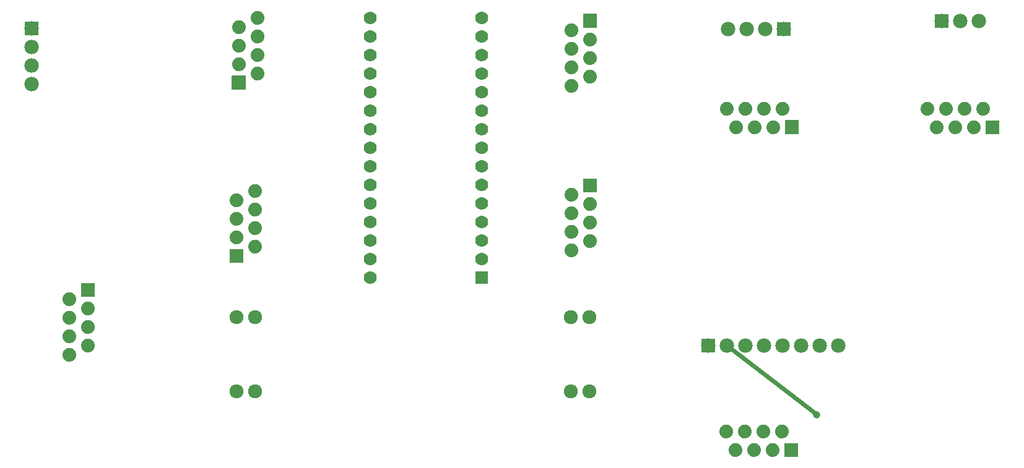
<source format=gtl>
G04 MADE WITH FRITZING*
G04 WWW.FRITZING.ORG*
G04 DOUBLE SIDED*
G04 HOLES PLATED*
G04 CONTOUR ON CENTER OF CONTOUR VECTOR*
%ASAXBY*%
%FSLAX23Y23*%
%MOIN*%
%OFA0B0*%
%SFA1.0B1.0*%
%ADD10C,0.070000*%
%ADD11C,0.074000*%
%ADD12C,0.078000*%
%ADD13C,0.039370*%
%ADD14C,0.075806*%
%ADD15R,0.069972X0.070000*%
%ADD16R,0.078000X0.078000*%
%ADD17C,0.024000*%
%ADD18R,0.001000X0.001000*%
%LNCOPPER1*%
G90*
G70*
G54D10*
X2680Y1333D03*
X2680Y1433D03*
X2680Y1533D03*
X2680Y1633D03*
X2680Y1733D03*
X2680Y1833D03*
X2680Y1933D03*
X2680Y2033D03*
X2680Y2133D03*
X2680Y2233D03*
X2680Y2333D03*
X2680Y2433D03*
X2680Y2533D03*
X2680Y2633D03*
X2680Y2733D03*
X2080Y1333D03*
X2080Y1433D03*
X2080Y1533D03*
X2080Y1633D03*
X2080Y1733D03*
X2080Y1833D03*
X2080Y1933D03*
X2080Y2033D03*
X2080Y2133D03*
X2080Y2233D03*
X2080Y2333D03*
X2080Y2433D03*
X2080Y2533D03*
X2080Y2633D03*
X2080Y2733D03*
G54D11*
X3163Y2367D03*
X3263Y2417D03*
X3163Y2467D03*
X3163Y2567D03*
X3163Y2667D03*
X3263Y2517D03*
X3263Y2617D03*
X3263Y2717D03*
X3163Y2367D03*
X3263Y2417D03*
X3163Y2467D03*
X3163Y2567D03*
X3163Y2667D03*
X3263Y2517D03*
X3263Y2617D03*
X3263Y2717D03*
X1472Y2734D03*
X1372Y2684D03*
X1472Y2634D03*
X1472Y2534D03*
X1472Y2434D03*
X1372Y2584D03*
X1372Y2484D03*
X1372Y2384D03*
X1472Y2734D03*
X1372Y2684D03*
X1472Y2634D03*
X1472Y2534D03*
X1472Y2434D03*
X1372Y2584D03*
X1372Y2484D03*
X1372Y2384D03*
X1461Y1800D03*
X1361Y1750D03*
X1461Y1700D03*
X1461Y1600D03*
X1461Y1500D03*
X1361Y1650D03*
X1361Y1550D03*
X1361Y1450D03*
X1461Y1800D03*
X1361Y1750D03*
X1461Y1700D03*
X1461Y1600D03*
X1461Y1500D03*
X1361Y1650D03*
X1361Y1550D03*
X1361Y1450D03*
X3997Y503D03*
X4047Y403D03*
X4097Y503D03*
X4197Y503D03*
X4297Y503D03*
X4147Y403D03*
X4247Y403D03*
X4347Y403D03*
X3997Y503D03*
X4047Y403D03*
X4097Y503D03*
X4197Y503D03*
X4297Y503D03*
X4147Y403D03*
X4247Y403D03*
X4347Y403D03*
G54D12*
X3901Y967D03*
X4001Y967D03*
X4101Y967D03*
X4201Y967D03*
X4301Y967D03*
X4401Y967D03*
X4501Y967D03*
X4601Y967D03*
X3901Y967D03*
X4001Y967D03*
X4101Y967D03*
X4201Y967D03*
X4301Y967D03*
X4401Y967D03*
X4501Y967D03*
X4601Y967D03*
G54D13*
X4485Y594D03*
G54D11*
X460Y917D03*
X560Y967D03*
X460Y1017D03*
X460Y1117D03*
X460Y1217D03*
X560Y1067D03*
X560Y1167D03*
X560Y1267D03*
X460Y917D03*
X560Y967D03*
X460Y1017D03*
X460Y1117D03*
X460Y1217D03*
X560Y1067D03*
X560Y1167D03*
X560Y1267D03*
G54D12*
X257Y2675D03*
X257Y2575D03*
X257Y2475D03*
X257Y2375D03*
X257Y2675D03*
X257Y2575D03*
X257Y2475D03*
X257Y2375D03*
X5158Y2715D03*
X5258Y2715D03*
X5358Y2715D03*
G54D11*
X5081Y2242D03*
X5131Y2142D03*
X5181Y2242D03*
X5281Y2242D03*
X5381Y2242D03*
X5231Y2142D03*
X5331Y2142D03*
X5431Y2142D03*
X5081Y2242D03*
X5131Y2142D03*
X5181Y2242D03*
X5281Y2242D03*
X5381Y2242D03*
X5231Y2142D03*
X5331Y2142D03*
X5431Y2142D03*
G54D12*
X4307Y2673D03*
X4207Y2673D03*
X4107Y2673D03*
X4007Y2673D03*
X4307Y2673D03*
X4207Y2673D03*
X4107Y2673D03*
X4007Y2673D03*
G54D11*
X4001Y2244D03*
X4051Y2144D03*
X4101Y2244D03*
X4201Y2244D03*
X4301Y2244D03*
X4151Y2144D03*
X4251Y2144D03*
X4351Y2144D03*
X4001Y2244D03*
X4051Y2144D03*
X4101Y2244D03*
X4201Y2244D03*
X4301Y2244D03*
X4151Y2144D03*
X4251Y2144D03*
X4351Y2144D03*
G54D14*
X3259Y1119D03*
X3160Y1119D03*
X3259Y719D03*
X3160Y719D03*
X1459Y1119D03*
X1359Y1119D03*
X1459Y719D03*
X1359Y719D03*
G54D11*
X3165Y1480D03*
X3265Y1530D03*
X3165Y1580D03*
X3165Y1680D03*
X3165Y1780D03*
X3265Y1630D03*
X3265Y1730D03*
X3265Y1830D03*
X3165Y1480D03*
X3265Y1530D03*
X3165Y1580D03*
X3165Y1680D03*
X3165Y1780D03*
X3265Y1630D03*
X3265Y1730D03*
X3265Y1830D03*
G54D15*
X2680Y1333D03*
G54D16*
X3901Y967D03*
X3901Y967D03*
X257Y2675D03*
X257Y2675D03*
X5158Y2715D03*
X4307Y2673D03*
X4307Y2673D03*
G54D17*
X4025Y949D02*
X4470Y605D01*
G54D18*
X3226Y2754D02*
X3298Y2754D01*
X3226Y2753D02*
X3299Y2753D01*
X3226Y2752D02*
X3299Y2752D01*
X3226Y2751D02*
X3299Y2751D01*
X3226Y2750D02*
X3299Y2750D01*
X3226Y2749D02*
X3299Y2749D01*
X3226Y2748D02*
X3299Y2748D01*
X3226Y2747D02*
X3299Y2747D01*
X3226Y2746D02*
X3299Y2746D01*
X3226Y2745D02*
X3299Y2745D01*
X3226Y2744D02*
X3299Y2744D01*
X3226Y2743D02*
X3299Y2743D01*
X3226Y2742D02*
X3299Y2742D01*
X3226Y2741D02*
X3299Y2741D01*
X3226Y2740D02*
X3299Y2740D01*
X3226Y2739D02*
X3299Y2739D01*
X3226Y2738D02*
X3299Y2738D01*
X3226Y2737D02*
X3261Y2737D01*
X3263Y2737D02*
X3299Y2737D01*
X3226Y2736D02*
X3256Y2736D01*
X3269Y2736D02*
X3299Y2736D01*
X3226Y2735D02*
X3253Y2735D01*
X3271Y2735D02*
X3299Y2735D01*
X3226Y2734D02*
X3251Y2734D01*
X3273Y2734D02*
X3299Y2734D01*
X3226Y2733D02*
X3250Y2733D01*
X3274Y2733D02*
X3299Y2733D01*
X3226Y2732D02*
X3249Y2732D01*
X3276Y2732D02*
X3299Y2732D01*
X3226Y2731D02*
X3247Y2731D01*
X3277Y2731D02*
X3299Y2731D01*
X3226Y2730D02*
X3247Y2730D01*
X3278Y2730D02*
X3299Y2730D01*
X3226Y2729D02*
X3246Y2729D01*
X3278Y2729D02*
X3299Y2729D01*
X3226Y2728D02*
X3245Y2728D01*
X3279Y2728D02*
X3299Y2728D01*
X3226Y2727D02*
X3245Y2727D01*
X3280Y2727D02*
X3299Y2727D01*
X3226Y2726D02*
X3244Y2726D01*
X3280Y2726D02*
X3299Y2726D01*
X3226Y2725D02*
X3243Y2725D01*
X3281Y2725D02*
X3299Y2725D01*
X3226Y2724D02*
X3243Y2724D01*
X3281Y2724D02*
X3299Y2724D01*
X3226Y2723D02*
X3243Y2723D01*
X3281Y2723D02*
X3299Y2723D01*
X3226Y2722D02*
X3242Y2722D01*
X3282Y2722D02*
X3299Y2722D01*
X3226Y2721D02*
X3242Y2721D01*
X3282Y2721D02*
X3299Y2721D01*
X3226Y2720D02*
X3242Y2720D01*
X3282Y2720D02*
X3299Y2720D01*
X3226Y2719D02*
X3242Y2719D01*
X3282Y2719D02*
X3299Y2719D01*
X3226Y2718D02*
X3242Y2718D01*
X3282Y2718D02*
X3299Y2718D01*
X3226Y2717D02*
X3242Y2717D01*
X3282Y2717D02*
X3299Y2717D01*
X3226Y2716D02*
X3242Y2716D01*
X3282Y2716D02*
X3299Y2716D01*
X3226Y2715D02*
X3242Y2715D01*
X3282Y2715D02*
X3299Y2715D01*
X3226Y2714D02*
X3242Y2714D01*
X3282Y2714D02*
X3299Y2714D01*
X3226Y2713D02*
X3242Y2713D01*
X3282Y2713D02*
X3299Y2713D01*
X3226Y2712D02*
X3243Y2712D01*
X3281Y2712D02*
X3299Y2712D01*
X3226Y2711D02*
X3243Y2711D01*
X3281Y2711D02*
X3299Y2711D01*
X3226Y2710D02*
X3243Y2710D01*
X3281Y2710D02*
X3299Y2710D01*
X3226Y2709D02*
X3244Y2709D01*
X3280Y2709D02*
X3299Y2709D01*
X3226Y2708D02*
X3244Y2708D01*
X3280Y2708D02*
X3299Y2708D01*
X3226Y2707D02*
X3245Y2707D01*
X3279Y2707D02*
X3299Y2707D01*
X3226Y2706D02*
X3246Y2706D01*
X3279Y2706D02*
X3299Y2706D01*
X3226Y2705D02*
X3246Y2705D01*
X3278Y2705D02*
X3299Y2705D01*
X3226Y2704D02*
X3247Y2704D01*
X3277Y2704D02*
X3299Y2704D01*
X3226Y2703D02*
X3248Y2703D01*
X3276Y2703D02*
X3299Y2703D01*
X3226Y2702D02*
X3249Y2702D01*
X3275Y2702D02*
X3299Y2702D01*
X3226Y2701D02*
X3251Y2701D01*
X3273Y2701D02*
X3299Y2701D01*
X3226Y2700D02*
X3252Y2700D01*
X3272Y2700D02*
X3299Y2700D01*
X3226Y2699D02*
X3255Y2699D01*
X3269Y2699D02*
X3299Y2699D01*
X3226Y2698D02*
X3258Y2698D01*
X3266Y2698D02*
X3299Y2698D01*
X3226Y2697D02*
X3299Y2697D01*
X3226Y2696D02*
X3299Y2696D01*
X3226Y2695D02*
X3299Y2695D01*
X3226Y2694D02*
X3299Y2694D01*
X3226Y2693D02*
X3299Y2693D01*
X3226Y2692D02*
X3299Y2692D01*
X3226Y2691D02*
X3299Y2691D01*
X3226Y2690D02*
X3299Y2690D01*
X3226Y2689D02*
X3299Y2689D01*
X3226Y2688D02*
X3299Y2688D01*
X3226Y2687D02*
X3299Y2687D01*
X3226Y2686D02*
X3299Y2686D01*
X3226Y2685D02*
X3299Y2685D01*
X3226Y2684D02*
X3299Y2684D01*
X3226Y2683D02*
X3299Y2683D01*
X3226Y2682D02*
X3299Y2682D01*
X3226Y2681D02*
X3299Y2681D01*
X1336Y2421D02*
X1408Y2421D01*
X1335Y2420D02*
X1408Y2420D01*
X1335Y2419D02*
X1408Y2419D01*
X1335Y2418D02*
X1408Y2418D01*
X1335Y2417D02*
X1408Y2417D01*
X1335Y2416D02*
X1408Y2416D01*
X1335Y2415D02*
X1408Y2415D01*
X1335Y2414D02*
X1408Y2414D01*
X1335Y2413D02*
X1408Y2413D01*
X1335Y2412D02*
X1408Y2412D01*
X1335Y2411D02*
X1408Y2411D01*
X1335Y2410D02*
X1408Y2410D01*
X1335Y2409D02*
X1408Y2409D01*
X1335Y2408D02*
X1408Y2408D01*
X1335Y2407D02*
X1408Y2407D01*
X1335Y2406D02*
X1408Y2406D01*
X1335Y2405D02*
X1408Y2405D01*
X1335Y2404D02*
X1408Y2404D01*
X1335Y2403D02*
X1366Y2403D01*
X1377Y2403D02*
X1408Y2403D01*
X1335Y2402D02*
X1363Y2402D01*
X1380Y2402D02*
X1408Y2402D01*
X1335Y2401D02*
X1361Y2401D01*
X1382Y2401D02*
X1408Y2401D01*
X1335Y2400D02*
X1360Y2400D01*
X1384Y2400D02*
X1408Y2400D01*
X1335Y2399D02*
X1359Y2399D01*
X1385Y2399D02*
X1408Y2399D01*
X1335Y2398D02*
X1357Y2398D01*
X1386Y2398D02*
X1408Y2398D01*
X1335Y2397D02*
X1357Y2397D01*
X1387Y2397D02*
X1408Y2397D01*
X1335Y2396D02*
X1356Y2396D01*
X1388Y2396D02*
X1408Y2396D01*
X1335Y2395D02*
X1355Y2395D01*
X1389Y2395D02*
X1408Y2395D01*
X1335Y2394D02*
X1354Y2394D01*
X1389Y2394D02*
X1408Y2394D01*
X1335Y2393D02*
X1354Y2393D01*
X1390Y2393D02*
X1408Y2393D01*
X1335Y2392D02*
X1353Y2392D01*
X1390Y2392D02*
X1408Y2392D01*
X1335Y2391D02*
X1353Y2391D01*
X1391Y2391D02*
X1408Y2391D01*
X1335Y2390D02*
X1353Y2390D01*
X1391Y2390D02*
X1408Y2390D01*
X1335Y2389D02*
X1352Y2389D01*
X1391Y2389D02*
X1408Y2389D01*
X1335Y2388D02*
X1352Y2388D01*
X1392Y2388D02*
X1408Y2388D01*
X1335Y2387D02*
X1352Y2387D01*
X1392Y2387D02*
X1408Y2387D01*
X1335Y2386D02*
X1352Y2386D01*
X1392Y2386D02*
X1408Y2386D01*
X1335Y2385D02*
X1352Y2385D01*
X1392Y2385D02*
X1408Y2385D01*
X1335Y2384D02*
X1352Y2384D01*
X1392Y2384D02*
X1408Y2384D01*
X1335Y2383D02*
X1352Y2383D01*
X1392Y2383D02*
X1408Y2383D01*
X1335Y2382D02*
X1352Y2382D01*
X1392Y2382D02*
X1408Y2382D01*
X1335Y2381D02*
X1352Y2381D01*
X1392Y2381D02*
X1408Y2381D01*
X1335Y2380D02*
X1352Y2380D01*
X1392Y2380D02*
X1408Y2380D01*
X1335Y2379D02*
X1352Y2379D01*
X1391Y2379D02*
X1408Y2379D01*
X1335Y2378D02*
X1353Y2378D01*
X1391Y2378D02*
X1408Y2378D01*
X1335Y2377D02*
X1353Y2377D01*
X1391Y2377D02*
X1408Y2377D01*
X1335Y2376D02*
X1353Y2376D01*
X1390Y2376D02*
X1408Y2376D01*
X1335Y2375D02*
X1354Y2375D01*
X1390Y2375D02*
X1408Y2375D01*
X1335Y2374D02*
X1354Y2374D01*
X1389Y2374D02*
X1408Y2374D01*
X1335Y2373D02*
X1355Y2373D01*
X1389Y2373D02*
X1408Y2373D01*
X1335Y2372D02*
X1356Y2372D01*
X1388Y2372D02*
X1408Y2372D01*
X1335Y2371D02*
X1357Y2371D01*
X1387Y2371D02*
X1408Y2371D01*
X1335Y2370D02*
X1358Y2370D01*
X1386Y2370D02*
X1408Y2370D01*
X1335Y2369D02*
X1359Y2369D01*
X1385Y2369D02*
X1408Y2369D01*
X1335Y2368D02*
X1360Y2368D01*
X1384Y2368D02*
X1408Y2368D01*
X1335Y2367D02*
X1362Y2367D01*
X1382Y2367D02*
X1408Y2367D01*
X1335Y2366D02*
X1364Y2366D01*
X1380Y2366D02*
X1408Y2366D01*
X1335Y2365D02*
X1367Y2365D01*
X1377Y2365D02*
X1408Y2365D01*
X1335Y2364D02*
X1408Y2364D01*
X1335Y2363D02*
X1408Y2363D01*
X1335Y2362D02*
X1408Y2362D01*
X1335Y2361D02*
X1408Y2361D01*
X1335Y2360D02*
X1408Y2360D01*
X1335Y2359D02*
X1408Y2359D01*
X1335Y2358D02*
X1408Y2358D01*
X1335Y2357D02*
X1408Y2357D01*
X1335Y2356D02*
X1408Y2356D01*
X1335Y2355D02*
X1408Y2355D01*
X1335Y2354D02*
X1408Y2354D01*
X1335Y2353D02*
X1408Y2353D01*
X1335Y2352D02*
X1408Y2352D01*
X1335Y2351D02*
X1408Y2351D01*
X1335Y2350D02*
X1408Y2350D01*
X1335Y2349D02*
X1408Y2349D01*
X1335Y2348D02*
X1408Y2348D01*
X4314Y2181D02*
X4387Y2181D01*
X4314Y2180D02*
X4387Y2180D01*
X4314Y2179D02*
X4387Y2179D01*
X5394Y2179D02*
X5467Y2179D01*
X4314Y2178D02*
X4387Y2178D01*
X5394Y2178D02*
X5467Y2178D01*
X4314Y2177D02*
X4387Y2177D01*
X5394Y2177D02*
X5467Y2177D01*
X4314Y2176D02*
X4387Y2176D01*
X5394Y2176D02*
X5467Y2176D01*
X4314Y2175D02*
X4387Y2175D01*
X5394Y2175D02*
X5467Y2175D01*
X4314Y2174D02*
X4387Y2174D01*
X5394Y2174D02*
X5467Y2174D01*
X4314Y2173D02*
X4387Y2173D01*
X5394Y2173D02*
X5467Y2173D01*
X4314Y2172D02*
X4387Y2172D01*
X5394Y2172D02*
X5467Y2172D01*
X4314Y2171D02*
X4387Y2171D01*
X5394Y2171D02*
X5467Y2171D01*
X4314Y2170D02*
X4387Y2170D01*
X5394Y2170D02*
X5467Y2170D01*
X4314Y2169D02*
X4387Y2169D01*
X5394Y2169D02*
X5467Y2169D01*
X4314Y2168D02*
X4387Y2168D01*
X5394Y2168D02*
X5467Y2168D01*
X4314Y2167D02*
X4387Y2167D01*
X5394Y2167D02*
X5467Y2167D01*
X4314Y2166D02*
X4387Y2166D01*
X5394Y2166D02*
X5467Y2166D01*
X4314Y2165D02*
X4387Y2165D01*
X5394Y2165D02*
X5467Y2165D01*
X4314Y2164D02*
X4349Y2164D01*
X4352Y2164D02*
X4387Y2164D01*
X5394Y2164D02*
X5467Y2164D01*
X4314Y2163D02*
X4344Y2163D01*
X4357Y2163D02*
X4387Y2163D01*
X5394Y2163D02*
X5467Y2163D01*
X4314Y2162D02*
X4341Y2162D01*
X4360Y2162D02*
X4387Y2162D01*
X5394Y2162D02*
X5427Y2162D01*
X5434Y2162D02*
X5467Y2162D01*
X4314Y2161D02*
X4339Y2161D01*
X4362Y2161D02*
X4387Y2161D01*
X5394Y2161D02*
X5423Y2161D01*
X5438Y2161D02*
X5467Y2161D01*
X4314Y2160D02*
X4338Y2160D01*
X4363Y2160D02*
X4387Y2160D01*
X5394Y2160D02*
X5421Y2160D01*
X5440Y2160D02*
X5467Y2160D01*
X4314Y2159D02*
X4337Y2159D01*
X4364Y2159D02*
X4387Y2159D01*
X5394Y2159D02*
X5419Y2159D01*
X5442Y2159D02*
X5467Y2159D01*
X4314Y2158D02*
X4336Y2158D01*
X4365Y2158D02*
X4387Y2158D01*
X5394Y2158D02*
X5418Y2158D01*
X5443Y2158D02*
X5467Y2158D01*
X4314Y2157D02*
X4335Y2157D01*
X4366Y2157D02*
X4387Y2157D01*
X5394Y2157D02*
X5416Y2157D01*
X5444Y2157D02*
X5467Y2157D01*
X4314Y2156D02*
X4334Y2156D01*
X4367Y2156D02*
X4387Y2156D01*
X5394Y2156D02*
X5415Y2156D01*
X5445Y2156D02*
X5467Y2156D01*
X4314Y2155D02*
X4333Y2155D01*
X4368Y2155D02*
X4387Y2155D01*
X5394Y2155D02*
X5415Y2155D01*
X5446Y2155D02*
X5467Y2155D01*
X4314Y2154D02*
X4333Y2154D01*
X4368Y2154D02*
X4387Y2154D01*
X5394Y2154D02*
X5414Y2154D01*
X5447Y2154D02*
X5467Y2154D01*
X4314Y2153D02*
X4332Y2153D01*
X4369Y2153D02*
X4387Y2153D01*
X5394Y2153D02*
X5413Y2153D01*
X5447Y2153D02*
X5467Y2153D01*
X4314Y2152D02*
X4332Y2152D01*
X4369Y2152D02*
X4387Y2152D01*
X5394Y2152D02*
X5413Y2152D01*
X5448Y2152D02*
X5467Y2152D01*
X4314Y2151D02*
X4331Y2151D01*
X4369Y2151D02*
X4387Y2151D01*
X5394Y2151D02*
X5412Y2151D01*
X5449Y2151D02*
X5467Y2151D01*
X4314Y2150D02*
X4331Y2150D01*
X4370Y2150D02*
X4387Y2150D01*
X5394Y2150D02*
X5412Y2150D01*
X5449Y2150D02*
X5467Y2150D01*
X4314Y2149D02*
X4331Y2149D01*
X4370Y2149D02*
X4387Y2149D01*
X5394Y2149D02*
X5411Y2149D01*
X5449Y2149D02*
X5467Y2149D01*
X4314Y2148D02*
X4331Y2148D01*
X4370Y2148D02*
X4387Y2148D01*
X5394Y2148D02*
X5411Y2148D01*
X5450Y2148D02*
X5467Y2148D01*
X4314Y2147D02*
X4331Y2147D01*
X4370Y2147D02*
X4387Y2147D01*
X5394Y2147D02*
X5411Y2147D01*
X5450Y2147D02*
X5467Y2147D01*
X4314Y2146D02*
X4330Y2146D01*
X4370Y2146D02*
X4387Y2146D01*
X5394Y2146D02*
X5410Y2146D01*
X5450Y2146D02*
X5467Y2146D01*
X4314Y2145D02*
X4330Y2145D01*
X4371Y2145D02*
X4387Y2145D01*
X5394Y2145D02*
X5410Y2145D01*
X5450Y2145D02*
X5467Y2145D01*
X4314Y2144D02*
X4330Y2144D01*
X4371Y2144D02*
X4387Y2144D01*
X5394Y2144D02*
X5410Y2144D01*
X5450Y2144D02*
X5467Y2144D01*
X4314Y2143D02*
X4330Y2143D01*
X4370Y2143D02*
X4387Y2143D01*
X5394Y2143D02*
X5410Y2143D01*
X5450Y2143D02*
X5467Y2143D01*
X4314Y2142D02*
X4331Y2142D01*
X4370Y2142D02*
X4387Y2142D01*
X5394Y2142D02*
X5410Y2142D01*
X5450Y2142D02*
X5467Y2142D01*
X4314Y2141D02*
X4331Y2141D01*
X4370Y2141D02*
X4387Y2141D01*
X5394Y2141D02*
X5410Y2141D01*
X5450Y2141D02*
X5467Y2141D01*
X4314Y2140D02*
X4331Y2140D01*
X4370Y2140D02*
X4387Y2140D01*
X5394Y2140D02*
X5410Y2140D01*
X5450Y2140D02*
X5467Y2140D01*
X4314Y2139D02*
X4331Y2139D01*
X4370Y2139D02*
X4387Y2139D01*
X5394Y2139D02*
X5410Y2139D01*
X5450Y2139D02*
X5467Y2139D01*
X4314Y2138D02*
X4331Y2138D01*
X4369Y2138D02*
X4387Y2138D01*
X5394Y2138D02*
X5411Y2138D01*
X5450Y2138D02*
X5467Y2138D01*
X4314Y2137D02*
X4332Y2137D01*
X4369Y2137D02*
X4387Y2137D01*
X5394Y2137D02*
X5411Y2137D01*
X5450Y2137D02*
X5467Y2137D01*
X4314Y2136D02*
X4332Y2136D01*
X4369Y2136D02*
X4387Y2136D01*
X5394Y2136D02*
X5411Y2136D01*
X5449Y2136D02*
X5467Y2136D01*
X4314Y2135D02*
X4333Y2135D01*
X4368Y2135D02*
X4387Y2135D01*
X5394Y2135D02*
X5412Y2135D01*
X5449Y2135D02*
X5467Y2135D01*
X4314Y2134D02*
X4333Y2134D01*
X4368Y2134D02*
X4387Y2134D01*
X5394Y2134D02*
X5412Y2134D01*
X5448Y2134D02*
X5467Y2134D01*
X4314Y2133D02*
X4334Y2133D01*
X4367Y2133D02*
X4387Y2133D01*
X5394Y2133D02*
X5413Y2133D01*
X5448Y2133D02*
X5467Y2133D01*
X4314Y2132D02*
X4335Y2132D01*
X4366Y2132D02*
X4387Y2132D01*
X5394Y2132D02*
X5413Y2132D01*
X5447Y2132D02*
X5467Y2132D01*
X4314Y2131D02*
X4336Y2131D01*
X4365Y2131D02*
X4387Y2131D01*
X5394Y2131D02*
X5414Y2131D01*
X5447Y2131D02*
X5467Y2131D01*
X4314Y2130D02*
X4337Y2130D01*
X4364Y2130D02*
X4387Y2130D01*
X5394Y2130D02*
X5415Y2130D01*
X5446Y2130D02*
X5467Y2130D01*
X4314Y2129D02*
X4338Y2129D01*
X4363Y2129D02*
X4387Y2129D01*
X5394Y2129D02*
X5416Y2129D01*
X5445Y2129D02*
X5467Y2129D01*
X4314Y2128D02*
X4339Y2128D01*
X4362Y2128D02*
X4387Y2128D01*
X5394Y2128D02*
X5417Y2128D01*
X5444Y2128D02*
X5467Y2128D01*
X4314Y2127D02*
X4341Y2127D01*
X4360Y2127D02*
X4387Y2127D01*
X5394Y2127D02*
X5418Y2127D01*
X5443Y2127D02*
X5467Y2127D01*
X4314Y2126D02*
X4343Y2126D01*
X4358Y2126D02*
X4387Y2126D01*
X5394Y2126D02*
X5419Y2126D01*
X5441Y2126D02*
X5467Y2126D01*
X4314Y2125D02*
X4348Y2125D01*
X4353Y2125D02*
X4387Y2125D01*
X5394Y2125D02*
X5421Y2125D01*
X5439Y2125D02*
X5467Y2125D01*
X4314Y2124D02*
X4387Y2124D01*
X5394Y2124D02*
X5424Y2124D01*
X5437Y2124D02*
X5467Y2124D01*
X4314Y2123D02*
X4387Y2123D01*
X5394Y2123D02*
X5429Y2123D01*
X5431Y2123D02*
X5467Y2123D01*
X4314Y2122D02*
X4387Y2122D01*
X5394Y2122D02*
X5467Y2122D01*
X4314Y2121D02*
X4387Y2121D01*
X5394Y2121D02*
X5467Y2121D01*
X4314Y2120D02*
X4387Y2120D01*
X5394Y2120D02*
X5467Y2120D01*
X4314Y2119D02*
X4387Y2119D01*
X5394Y2119D02*
X5467Y2119D01*
X4314Y2118D02*
X4387Y2118D01*
X5394Y2118D02*
X5467Y2118D01*
X4314Y2117D02*
X4387Y2117D01*
X5394Y2117D02*
X5467Y2117D01*
X4314Y2116D02*
X4387Y2116D01*
X5394Y2116D02*
X5467Y2116D01*
X4314Y2115D02*
X4387Y2115D01*
X5394Y2115D02*
X5467Y2115D01*
X4314Y2114D02*
X4387Y2114D01*
X5394Y2114D02*
X5467Y2114D01*
X4314Y2113D02*
X4387Y2113D01*
X5394Y2113D02*
X5467Y2113D01*
X4314Y2112D02*
X4387Y2112D01*
X5394Y2112D02*
X5467Y2112D01*
X4314Y2111D02*
X4387Y2111D01*
X5394Y2111D02*
X5467Y2111D01*
X4314Y2110D02*
X4387Y2110D01*
X5394Y2110D02*
X5467Y2110D01*
X4314Y2109D02*
X4387Y2109D01*
X5394Y2109D02*
X5467Y2109D01*
X4314Y2108D02*
X4387Y2108D01*
X5394Y2108D02*
X5467Y2108D01*
X5394Y2107D02*
X5467Y2107D01*
X5394Y2106D02*
X5467Y2106D01*
X3228Y1867D02*
X3301Y1867D01*
X3228Y1866D02*
X3301Y1866D01*
X3228Y1865D02*
X3301Y1865D01*
X3228Y1864D02*
X3301Y1864D01*
X3228Y1863D02*
X3301Y1863D01*
X3228Y1862D02*
X3301Y1862D01*
X3228Y1861D02*
X3301Y1861D01*
X3228Y1860D02*
X3301Y1860D01*
X3228Y1859D02*
X3301Y1859D01*
X3228Y1858D02*
X3301Y1858D01*
X3228Y1857D02*
X3301Y1857D01*
X3228Y1856D02*
X3301Y1856D01*
X3228Y1855D02*
X3301Y1855D01*
X3228Y1854D02*
X3301Y1854D01*
X3228Y1853D02*
X3301Y1853D01*
X3228Y1852D02*
X3301Y1852D01*
X3228Y1851D02*
X3301Y1851D01*
X3228Y1850D02*
X3263Y1850D01*
X3266Y1850D02*
X3301Y1850D01*
X3228Y1849D02*
X3258Y1849D01*
X3271Y1849D02*
X3301Y1849D01*
X3228Y1848D02*
X3255Y1848D01*
X3274Y1848D02*
X3301Y1848D01*
X3228Y1847D02*
X3253Y1847D01*
X3276Y1847D02*
X3301Y1847D01*
X3228Y1846D02*
X3252Y1846D01*
X3277Y1846D02*
X3301Y1846D01*
X3228Y1845D02*
X3251Y1845D01*
X3278Y1845D02*
X3301Y1845D01*
X3228Y1844D02*
X3250Y1844D01*
X3279Y1844D02*
X3301Y1844D01*
X3228Y1843D02*
X3249Y1843D01*
X3280Y1843D02*
X3301Y1843D01*
X3228Y1842D02*
X3248Y1842D01*
X3281Y1842D02*
X3301Y1842D01*
X3228Y1841D02*
X3247Y1841D01*
X3282Y1841D02*
X3301Y1841D01*
X3228Y1840D02*
X3247Y1840D01*
X3282Y1840D02*
X3301Y1840D01*
X3228Y1839D02*
X3246Y1839D01*
X3283Y1839D02*
X3301Y1839D01*
X3228Y1838D02*
X3246Y1838D01*
X3283Y1838D02*
X3301Y1838D01*
X3228Y1837D02*
X3246Y1837D01*
X3283Y1837D02*
X3301Y1837D01*
X3228Y1836D02*
X3245Y1836D01*
X3284Y1836D02*
X3301Y1836D01*
X3228Y1835D02*
X3245Y1835D01*
X3284Y1835D02*
X3301Y1835D01*
X3228Y1834D02*
X3245Y1834D01*
X3284Y1834D02*
X3301Y1834D01*
X3228Y1833D02*
X3245Y1833D01*
X3284Y1833D02*
X3301Y1833D01*
X3228Y1832D02*
X3244Y1832D01*
X3285Y1832D02*
X3301Y1832D01*
X3228Y1831D02*
X3244Y1831D01*
X3285Y1831D02*
X3301Y1831D01*
X3228Y1830D02*
X3244Y1830D01*
X3285Y1830D02*
X3301Y1830D01*
X3228Y1829D02*
X3244Y1829D01*
X3285Y1829D02*
X3301Y1829D01*
X3228Y1828D02*
X3245Y1828D01*
X3284Y1828D02*
X3301Y1828D01*
X3228Y1827D02*
X3245Y1827D01*
X3284Y1827D02*
X3301Y1827D01*
X3228Y1826D02*
X3245Y1826D01*
X3284Y1826D02*
X3301Y1826D01*
X3228Y1825D02*
X3245Y1825D01*
X3284Y1825D02*
X3301Y1825D01*
X3228Y1824D02*
X3245Y1824D01*
X3284Y1824D02*
X3301Y1824D01*
X3228Y1823D02*
X3246Y1823D01*
X3283Y1823D02*
X3301Y1823D01*
X3228Y1822D02*
X3246Y1822D01*
X3283Y1822D02*
X3301Y1822D01*
X3228Y1821D02*
X3247Y1821D01*
X3282Y1821D02*
X3301Y1821D01*
X3228Y1820D02*
X3247Y1820D01*
X3282Y1820D02*
X3301Y1820D01*
X3228Y1819D02*
X3248Y1819D01*
X3281Y1819D02*
X3301Y1819D01*
X3228Y1818D02*
X3249Y1818D01*
X3280Y1818D02*
X3301Y1818D01*
X3228Y1817D02*
X3250Y1817D01*
X3279Y1817D02*
X3301Y1817D01*
X3228Y1816D02*
X3251Y1816D01*
X3278Y1816D02*
X3301Y1816D01*
X3228Y1815D02*
X3252Y1815D01*
X3277Y1815D02*
X3301Y1815D01*
X3228Y1814D02*
X3253Y1814D01*
X3276Y1814D02*
X3301Y1814D01*
X3228Y1813D02*
X3255Y1813D01*
X3274Y1813D02*
X3301Y1813D01*
X3228Y1812D02*
X3257Y1812D01*
X3272Y1812D02*
X3301Y1812D01*
X3228Y1811D02*
X3261Y1811D01*
X3268Y1811D02*
X3301Y1811D01*
X3228Y1810D02*
X3301Y1810D01*
X3228Y1809D02*
X3301Y1809D01*
X3228Y1808D02*
X3301Y1808D01*
X3228Y1807D02*
X3301Y1807D01*
X3228Y1806D02*
X3301Y1806D01*
X3228Y1805D02*
X3301Y1805D01*
X3228Y1804D02*
X3301Y1804D01*
X3228Y1803D02*
X3301Y1803D01*
X3228Y1802D02*
X3301Y1802D01*
X3228Y1801D02*
X3301Y1801D01*
X3228Y1800D02*
X3301Y1800D01*
X3228Y1799D02*
X3301Y1799D01*
X3228Y1798D02*
X3301Y1798D01*
X3228Y1797D02*
X3301Y1797D01*
X3228Y1796D02*
X3301Y1796D01*
X3228Y1795D02*
X3301Y1795D01*
X3228Y1794D02*
X3301Y1794D01*
X1324Y1487D02*
X1397Y1487D01*
X1324Y1486D02*
X1397Y1486D01*
X1324Y1485D02*
X1397Y1485D01*
X1324Y1484D02*
X1397Y1484D01*
X1324Y1483D02*
X1397Y1483D01*
X1324Y1482D02*
X1397Y1482D01*
X1324Y1481D02*
X1397Y1481D01*
X1324Y1480D02*
X1397Y1480D01*
X1324Y1479D02*
X1397Y1479D01*
X1324Y1478D02*
X1397Y1478D01*
X1324Y1477D02*
X1397Y1477D01*
X1324Y1476D02*
X1397Y1476D01*
X1324Y1475D02*
X1397Y1475D01*
X1324Y1474D02*
X1397Y1474D01*
X1324Y1473D02*
X1397Y1473D01*
X1324Y1472D02*
X1397Y1472D01*
X1324Y1471D02*
X1397Y1471D01*
X1324Y1470D02*
X1359Y1470D01*
X1363Y1470D02*
X1397Y1470D01*
X1324Y1469D02*
X1354Y1469D01*
X1368Y1469D02*
X1397Y1469D01*
X1324Y1468D02*
X1351Y1468D01*
X1370Y1468D02*
X1397Y1468D01*
X1324Y1467D02*
X1350Y1467D01*
X1372Y1467D02*
X1397Y1467D01*
X1324Y1466D02*
X1348Y1466D01*
X1373Y1466D02*
X1397Y1466D01*
X1324Y1465D02*
X1347Y1465D01*
X1374Y1465D02*
X1397Y1465D01*
X1324Y1464D02*
X1346Y1464D01*
X1375Y1464D02*
X1397Y1464D01*
X1324Y1463D02*
X1345Y1463D01*
X1376Y1463D02*
X1397Y1463D01*
X1324Y1462D02*
X1344Y1462D01*
X1377Y1462D02*
X1397Y1462D01*
X1324Y1461D02*
X1344Y1461D01*
X1378Y1461D02*
X1397Y1461D01*
X1324Y1460D02*
X1343Y1460D01*
X1378Y1460D02*
X1397Y1460D01*
X1324Y1459D02*
X1343Y1459D01*
X1379Y1459D02*
X1397Y1459D01*
X1324Y1458D02*
X1342Y1458D01*
X1379Y1458D02*
X1397Y1458D01*
X1324Y1457D02*
X1342Y1457D01*
X1380Y1457D02*
X1397Y1457D01*
X1324Y1456D02*
X1341Y1456D01*
X1380Y1456D02*
X1397Y1456D01*
X1324Y1455D02*
X1341Y1455D01*
X1380Y1455D02*
X1397Y1455D01*
X1324Y1454D02*
X1341Y1454D01*
X1381Y1454D02*
X1397Y1454D01*
X1324Y1453D02*
X1341Y1453D01*
X1381Y1453D02*
X1397Y1453D01*
X1324Y1452D02*
X1341Y1452D01*
X1381Y1452D02*
X1397Y1452D01*
X1324Y1451D02*
X1341Y1451D01*
X1381Y1451D02*
X1397Y1451D01*
X1324Y1450D02*
X1341Y1450D01*
X1381Y1450D02*
X1397Y1450D01*
X1324Y1449D02*
X1341Y1449D01*
X1381Y1449D02*
X1397Y1449D01*
X1324Y1448D02*
X1341Y1448D01*
X1381Y1448D02*
X1397Y1448D01*
X1324Y1447D02*
X1341Y1447D01*
X1381Y1447D02*
X1397Y1447D01*
X1324Y1446D02*
X1341Y1446D01*
X1380Y1446D02*
X1397Y1446D01*
X1324Y1445D02*
X1341Y1445D01*
X1380Y1445D02*
X1397Y1445D01*
X1324Y1444D02*
X1342Y1444D01*
X1380Y1444D02*
X1397Y1444D01*
X1324Y1443D02*
X1342Y1443D01*
X1379Y1443D02*
X1397Y1443D01*
X1324Y1442D02*
X1343Y1442D01*
X1379Y1442D02*
X1397Y1442D01*
X1324Y1441D02*
X1343Y1441D01*
X1378Y1441D02*
X1397Y1441D01*
X1324Y1440D02*
X1344Y1440D01*
X1378Y1440D02*
X1397Y1440D01*
X1324Y1439D02*
X1344Y1439D01*
X1377Y1439D02*
X1397Y1439D01*
X1324Y1438D02*
X1345Y1438D01*
X1376Y1438D02*
X1397Y1438D01*
X1324Y1437D02*
X1346Y1437D01*
X1375Y1437D02*
X1397Y1437D01*
X1324Y1436D02*
X1347Y1436D01*
X1374Y1436D02*
X1397Y1436D01*
X1324Y1435D02*
X1348Y1435D01*
X1373Y1435D02*
X1397Y1435D01*
X1324Y1434D02*
X1349Y1434D01*
X1372Y1434D02*
X1397Y1434D01*
X1324Y1433D02*
X1351Y1433D01*
X1370Y1433D02*
X1397Y1433D01*
X1324Y1432D02*
X1354Y1432D01*
X1368Y1432D02*
X1397Y1432D01*
X1324Y1431D02*
X1358Y1431D01*
X1363Y1431D02*
X1397Y1431D01*
X1324Y1430D02*
X1397Y1430D01*
X1324Y1429D02*
X1397Y1429D01*
X1324Y1428D02*
X1397Y1428D01*
X1324Y1427D02*
X1397Y1427D01*
X1324Y1426D02*
X1397Y1426D01*
X1324Y1425D02*
X1397Y1425D01*
X1324Y1424D02*
X1397Y1424D01*
X1324Y1423D02*
X1397Y1423D01*
X1324Y1422D02*
X1397Y1422D01*
X1324Y1421D02*
X1397Y1421D01*
X1324Y1420D02*
X1397Y1420D01*
X1324Y1419D02*
X1397Y1419D01*
X1324Y1418D02*
X1397Y1418D01*
X1324Y1417D02*
X1397Y1417D01*
X1324Y1416D02*
X1397Y1416D01*
X1324Y1415D02*
X1397Y1415D01*
X1324Y1414D02*
X1397Y1414D01*
X523Y1303D02*
X596Y1303D01*
X523Y1302D02*
X596Y1302D01*
X523Y1301D02*
X596Y1301D01*
X523Y1300D02*
X596Y1300D01*
X523Y1299D02*
X596Y1299D01*
X523Y1298D02*
X596Y1298D01*
X523Y1297D02*
X596Y1297D01*
X523Y1296D02*
X596Y1296D01*
X523Y1295D02*
X596Y1295D01*
X523Y1294D02*
X596Y1294D01*
X523Y1293D02*
X596Y1293D01*
X523Y1292D02*
X596Y1292D01*
X523Y1291D02*
X596Y1291D01*
X523Y1290D02*
X596Y1290D01*
X523Y1289D02*
X596Y1289D01*
X523Y1288D02*
X596Y1288D01*
X523Y1287D02*
X596Y1287D01*
X523Y1286D02*
X554Y1286D01*
X565Y1286D02*
X596Y1286D01*
X523Y1285D02*
X551Y1285D01*
X568Y1285D02*
X596Y1285D01*
X523Y1284D02*
X549Y1284D01*
X570Y1284D02*
X596Y1284D01*
X523Y1283D02*
X548Y1283D01*
X571Y1283D02*
X596Y1283D01*
X523Y1282D02*
X546Y1282D01*
X572Y1282D02*
X596Y1282D01*
X523Y1281D02*
X545Y1281D01*
X574Y1281D02*
X596Y1281D01*
X523Y1280D02*
X544Y1280D01*
X574Y1280D02*
X596Y1280D01*
X523Y1279D02*
X543Y1279D01*
X575Y1279D02*
X596Y1279D01*
X523Y1278D02*
X543Y1278D01*
X576Y1278D02*
X596Y1278D01*
X523Y1277D02*
X542Y1277D01*
X577Y1277D02*
X596Y1277D01*
X523Y1276D02*
X541Y1276D01*
X577Y1276D02*
X596Y1276D01*
X523Y1275D02*
X541Y1275D01*
X578Y1275D02*
X596Y1275D01*
X523Y1274D02*
X541Y1274D01*
X578Y1274D02*
X596Y1274D01*
X523Y1273D02*
X540Y1273D01*
X578Y1273D02*
X596Y1273D01*
X523Y1272D02*
X540Y1272D01*
X579Y1272D02*
X596Y1272D01*
X523Y1271D02*
X540Y1271D01*
X579Y1271D02*
X596Y1271D01*
X523Y1270D02*
X539Y1270D01*
X579Y1270D02*
X596Y1270D01*
X523Y1269D02*
X539Y1269D01*
X579Y1269D02*
X596Y1269D01*
X523Y1268D02*
X539Y1268D01*
X579Y1268D02*
X596Y1268D01*
X523Y1267D02*
X539Y1267D01*
X580Y1267D02*
X596Y1267D01*
X523Y1266D02*
X539Y1266D01*
X579Y1266D02*
X596Y1266D01*
X523Y1265D02*
X539Y1265D01*
X579Y1265D02*
X596Y1265D01*
X523Y1264D02*
X539Y1264D01*
X579Y1264D02*
X596Y1264D01*
X523Y1263D02*
X540Y1263D01*
X579Y1263D02*
X596Y1263D01*
X523Y1262D02*
X540Y1262D01*
X579Y1262D02*
X596Y1262D01*
X523Y1261D02*
X540Y1261D01*
X579Y1261D02*
X596Y1261D01*
X523Y1260D02*
X541Y1260D01*
X578Y1260D02*
X596Y1260D01*
X523Y1259D02*
X541Y1259D01*
X578Y1259D02*
X596Y1259D01*
X523Y1258D02*
X541Y1258D01*
X577Y1258D02*
X596Y1258D01*
X523Y1257D02*
X542Y1257D01*
X577Y1257D02*
X596Y1257D01*
X523Y1256D02*
X543Y1256D01*
X576Y1256D02*
X596Y1256D01*
X523Y1255D02*
X543Y1255D01*
X575Y1255D02*
X596Y1255D01*
X523Y1254D02*
X544Y1254D01*
X575Y1254D02*
X596Y1254D01*
X523Y1253D02*
X545Y1253D01*
X574Y1253D02*
X596Y1253D01*
X523Y1252D02*
X546Y1252D01*
X573Y1252D02*
X596Y1252D01*
X523Y1251D02*
X547Y1251D01*
X571Y1251D02*
X596Y1251D01*
X523Y1250D02*
X549Y1250D01*
X570Y1250D02*
X596Y1250D01*
X523Y1249D02*
X551Y1249D01*
X568Y1249D02*
X596Y1249D01*
X523Y1248D02*
X554Y1248D01*
X565Y1248D02*
X596Y1248D01*
X523Y1247D02*
X596Y1247D01*
X523Y1246D02*
X596Y1246D01*
X523Y1245D02*
X596Y1245D01*
X523Y1244D02*
X596Y1244D01*
X523Y1243D02*
X596Y1243D01*
X523Y1242D02*
X596Y1242D01*
X523Y1241D02*
X596Y1241D01*
X523Y1240D02*
X596Y1240D01*
X523Y1239D02*
X596Y1239D01*
X523Y1238D02*
X596Y1238D01*
X523Y1237D02*
X596Y1237D01*
X523Y1236D02*
X596Y1236D01*
X523Y1235D02*
X596Y1235D01*
X523Y1234D02*
X596Y1234D01*
X523Y1233D02*
X596Y1233D01*
X523Y1232D02*
X596Y1232D01*
X523Y1231D02*
X596Y1231D01*
X523Y1230D02*
X595Y1230D01*
X1352Y1149D02*
X1366Y1149D01*
X1452Y1149D02*
X1466Y1149D01*
X3152Y1149D02*
X3165Y1149D01*
X3252Y1149D02*
X3265Y1149D01*
X1349Y1148D02*
X1369Y1148D01*
X1449Y1148D02*
X1469Y1148D01*
X3149Y1148D02*
X3169Y1148D01*
X3249Y1148D02*
X3269Y1148D01*
X1346Y1147D02*
X1371Y1147D01*
X1446Y1147D02*
X1471Y1147D01*
X3146Y1147D02*
X3171Y1147D01*
X3246Y1147D02*
X3271Y1147D01*
X1344Y1146D02*
X1373Y1146D01*
X1444Y1146D02*
X1473Y1146D01*
X3144Y1146D02*
X3173Y1146D01*
X3244Y1146D02*
X3273Y1146D01*
X1343Y1145D02*
X1375Y1145D01*
X1443Y1145D02*
X1475Y1145D01*
X3143Y1145D02*
X3175Y1145D01*
X3243Y1145D02*
X3275Y1145D01*
X1341Y1144D02*
X1376Y1144D01*
X1441Y1144D02*
X1476Y1144D01*
X3141Y1144D02*
X3176Y1144D01*
X3241Y1144D02*
X3276Y1144D01*
X1340Y1143D02*
X1378Y1143D01*
X1440Y1143D02*
X1478Y1143D01*
X3140Y1143D02*
X3178Y1143D01*
X3240Y1143D02*
X3278Y1143D01*
X1339Y1142D02*
X1379Y1142D01*
X1439Y1142D02*
X1479Y1142D01*
X3139Y1142D02*
X3179Y1142D01*
X3239Y1142D02*
X3279Y1142D01*
X1338Y1141D02*
X1380Y1141D01*
X1438Y1141D02*
X1480Y1141D01*
X3138Y1141D02*
X3180Y1141D01*
X3238Y1141D02*
X3280Y1141D01*
X1337Y1140D02*
X1381Y1140D01*
X1437Y1140D02*
X1481Y1140D01*
X3137Y1140D02*
X3181Y1140D01*
X3237Y1140D02*
X3281Y1140D01*
X1336Y1139D02*
X1382Y1139D01*
X1436Y1139D02*
X1482Y1139D01*
X3136Y1139D02*
X3182Y1139D01*
X3236Y1139D02*
X3282Y1139D01*
X1335Y1138D02*
X1383Y1138D01*
X1435Y1138D02*
X1483Y1138D01*
X3135Y1138D02*
X3183Y1138D01*
X3235Y1138D02*
X3283Y1138D01*
X1334Y1137D02*
X1355Y1137D01*
X1363Y1137D02*
X1383Y1137D01*
X1434Y1137D02*
X1454Y1137D01*
X1463Y1137D02*
X1483Y1137D01*
X3134Y1137D02*
X3154Y1137D01*
X3163Y1137D02*
X3183Y1137D01*
X3234Y1137D02*
X3254Y1137D01*
X3263Y1137D02*
X3283Y1137D01*
X1334Y1136D02*
X1351Y1136D01*
X1367Y1136D02*
X1384Y1136D01*
X1434Y1136D02*
X1451Y1136D01*
X1466Y1136D02*
X1484Y1136D01*
X3133Y1136D02*
X3151Y1136D01*
X3166Y1136D02*
X3184Y1136D01*
X3233Y1136D02*
X3251Y1136D01*
X3266Y1136D02*
X3284Y1136D01*
X1333Y1135D02*
X1349Y1135D01*
X1368Y1135D02*
X1385Y1135D01*
X1433Y1135D02*
X1449Y1135D01*
X1468Y1135D02*
X1485Y1135D01*
X3133Y1135D02*
X3149Y1135D01*
X3168Y1135D02*
X3185Y1135D01*
X3233Y1135D02*
X3249Y1135D01*
X3268Y1135D02*
X3285Y1135D01*
X1332Y1134D02*
X1348Y1134D01*
X1370Y1134D02*
X1385Y1134D01*
X1432Y1134D02*
X1448Y1134D01*
X1470Y1134D02*
X1485Y1134D01*
X3132Y1134D02*
X3148Y1134D01*
X3170Y1134D02*
X3185Y1134D01*
X3232Y1134D02*
X3248Y1134D01*
X3270Y1134D02*
X3285Y1134D01*
X1332Y1133D02*
X1346Y1133D01*
X1371Y1133D02*
X1386Y1133D01*
X1432Y1133D02*
X1446Y1133D01*
X1471Y1133D02*
X1486Y1133D01*
X3132Y1133D02*
X3146Y1133D01*
X3171Y1133D02*
X3186Y1133D01*
X3232Y1133D02*
X3246Y1133D01*
X3271Y1133D02*
X3286Y1133D01*
X1331Y1132D02*
X1345Y1132D01*
X1372Y1132D02*
X1386Y1132D01*
X1431Y1132D02*
X1445Y1132D01*
X1472Y1132D02*
X1486Y1132D01*
X3131Y1132D02*
X3145Y1132D01*
X3172Y1132D02*
X3186Y1132D01*
X3231Y1132D02*
X3245Y1132D01*
X3272Y1132D02*
X3286Y1132D01*
X1331Y1131D02*
X1344Y1131D01*
X1373Y1131D02*
X1387Y1131D01*
X1431Y1131D02*
X1444Y1131D01*
X1473Y1131D02*
X1487Y1131D01*
X3131Y1131D02*
X3144Y1131D01*
X3173Y1131D02*
X3187Y1131D01*
X3231Y1131D02*
X3244Y1131D01*
X3273Y1131D02*
X3287Y1131D01*
X1330Y1130D02*
X1344Y1130D01*
X1374Y1130D02*
X1387Y1130D01*
X1430Y1130D02*
X1444Y1130D01*
X1474Y1130D02*
X1487Y1130D01*
X3130Y1130D02*
X3144Y1130D01*
X3174Y1130D02*
X3187Y1130D01*
X3230Y1130D02*
X3243Y1130D01*
X3274Y1130D02*
X3287Y1130D01*
X1330Y1129D02*
X1343Y1129D01*
X1375Y1129D02*
X1388Y1129D01*
X1430Y1129D02*
X1443Y1129D01*
X1475Y1129D02*
X1488Y1129D01*
X3130Y1129D02*
X3143Y1129D01*
X3175Y1129D02*
X3188Y1129D01*
X3230Y1129D02*
X3243Y1129D01*
X3275Y1129D02*
X3287Y1129D01*
X1330Y1128D02*
X1342Y1128D01*
X1375Y1128D02*
X1388Y1128D01*
X1430Y1128D02*
X1442Y1128D01*
X1475Y1128D02*
X1488Y1128D01*
X3130Y1128D02*
X3142Y1128D01*
X3175Y1128D02*
X3188Y1128D01*
X3230Y1128D02*
X3242Y1128D01*
X3275Y1128D02*
X3288Y1128D01*
X1330Y1127D02*
X1342Y1127D01*
X1376Y1127D02*
X1388Y1127D01*
X1429Y1127D02*
X1442Y1127D01*
X1476Y1127D02*
X1488Y1127D01*
X3129Y1127D02*
X3142Y1127D01*
X3176Y1127D02*
X3188Y1127D01*
X3229Y1127D02*
X3242Y1127D01*
X3276Y1127D02*
X3288Y1127D01*
X1329Y1126D02*
X1341Y1126D01*
X1376Y1126D02*
X1388Y1126D01*
X1429Y1126D02*
X1441Y1126D01*
X1476Y1126D02*
X1488Y1126D01*
X3129Y1126D02*
X3141Y1126D01*
X3176Y1126D02*
X3188Y1126D01*
X3229Y1126D02*
X3241Y1126D01*
X3276Y1126D02*
X3288Y1126D01*
X1329Y1125D02*
X1341Y1125D01*
X1377Y1125D02*
X1389Y1125D01*
X1429Y1125D02*
X1441Y1125D01*
X1477Y1125D02*
X1489Y1125D01*
X3129Y1125D02*
X3141Y1125D01*
X3177Y1125D02*
X3189Y1125D01*
X3229Y1125D02*
X3241Y1125D01*
X3277Y1125D02*
X3289Y1125D01*
X1329Y1124D02*
X1341Y1124D01*
X1377Y1124D02*
X1389Y1124D01*
X1429Y1124D02*
X1441Y1124D01*
X1477Y1124D02*
X1489Y1124D01*
X3129Y1124D02*
X3141Y1124D01*
X3177Y1124D02*
X3189Y1124D01*
X3229Y1124D02*
X3241Y1124D01*
X3277Y1124D02*
X3289Y1124D01*
X1329Y1123D02*
X1340Y1123D01*
X1377Y1123D02*
X1389Y1123D01*
X1429Y1123D02*
X1440Y1123D01*
X1477Y1123D02*
X1489Y1123D01*
X3129Y1123D02*
X3140Y1123D01*
X3177Y1123D02*
X3189Y1123D01*
X3229Y1123D02*
X3240Y1123D01*
X3277Y1123D02*
X3289Y1123D01*
X1329Y1122D02*
X1340Y1122D01*
X1378Y1122D02*
X1389Y1122D01*
X1429Y1122D02*
X1440Y1122D01*
X1478Y1122D02*
X1489Y1122D01*
X3128Y1122D02*
X3140Y1122D01*
X3178Y1122D02*
X3189Y1122D01*
X3228Y1122D02*
X3240Y1122D01*
X3277Y1122D02*
X3289Y1122D01*
X1329Y1121D02*
X1340Y1121D01*
X1378Y1121D02*
X1389Y1121D01*
X1428Y1121D02*
X1440Y1121D01*
X1478Y1121D02*
X1489Y1121D01*
X3128Y1121D02*
X3140Y1121D01*
X3178Y1121D02*
X3189Y1121D01*
X3228Y1121D02*
X3240Y1121D01*
X3278Y1121D02*
X3289Y1121D01*
X1328Y1120D02*
X1340Y1120D01*
X1378Y1120D02*
X1389Y1120D01*
X1428Y1120D02*
X1440Y1120D01*
X1478Y1120D02*
X1489Y1120D01*
X3128Y1120D02*
X3140Y1120D01*
X3178Y1120D02*
X3189Y1120D01*
X3228Y1120D02*
X3240Y1120D01*
X3278Y1120D02*
X3289Y1120D01*
X1328Y1119D02*
X1340Y1119D01*
X1378Y1119D02*
X1389Y1119D01*
X1428Y1119D02*
X1440Y1119D01*
X1478Y1119D02*
X1489Y1119D01*
X3128Y1119D02*
X3140Y1119D01*
X3178Y1119D02*
X3189Y1119D01*
X3228Y1119D02*
X3240Y1119D01*
X3278Y1119D02*
X3289Y1119D01*
X1328Y1118D02*
X1340Y1118D01*
X1378Y1118D02*
X1389Y1118D01*
X1428Y1118D02*
X1440Y1118D01*
X1478Y1118D02*
X1489Y1118D01*
X3128Y1118D02*
X3140Y1118D01*
X3178Y1118D02*
X3189Y1118D01*
X3228Y1118D02*
X3240Y1118D01*
X3278Y1118D02*
X3289Y1118D01*
X1329Y1117D02*
X1340Y1117D01*
X1378Y1117D02*
X1389Y1117D01*
X1428Y1117D02*
X1440Y1117D01*
X1478Y1117D02*
X1489Y1117D01*
X3128Y1117D02*
X3140Y1117D01*
X3178Y1117D02*
X3189Y1117D01*
X3228Y1117D02*
X3240Y1117D01*
X3278Y1117D02*
X3289Y1117D01*
X1329Y1116D02*
X1340Y1116D01*
X1378Y1116D02*
X1389Y1116D01*
X1429Y1116D02*
X1440Y1116D01*
X1478Y1116D02*
X1489Y1116D01*
X3128Y1116D02*
X3140Y1116D01*
X3178Y1116D02*
X3189Y1116D01*
X3228Y1116D02*
X3240Y1116D01*
X3277Y1116D02*
X3289Y1116D01*
X1329Y1115D02*
X1340Y1115D01*
X1377Y1115D02*
X1389Y1115D01*
X1429Y1115D02*
X1440Y1115D01*
X1477Y1115D02*
X1489Y1115D01*
X3129Y1115D02*
X3140Y1115D01*
X3177Y1115D02*
X3189Y1115D01*
X3229Y1115D02*
X3240Y1115D01*
X3277Y1115D02*
X3289Y1115D01*
X1329Y1114D02*
X1341Y1114D01*
X1377Y1114D02*
X1389Y1114D01*
X1429Y1114D02*
X1441Y1114D01*
X1477Y1114D02*
X1489Y1114D01*
X3129Y1114D02*
X3141Y1114D01*
X3177Y1114D02*
X3189Y1114D01*
X3229Y1114D02*
X3240Y1114D01*
X3277Y1114D02*
X3289Y1114D01*
X1329Y1113D02*
X1341Y1113D01*
X1377Y1113D02*
X1389Y1113D01*
X1429Y1113D02*
X1441Y1113D01*
X1477Y1113D02*
X1489Y1113D01*
X3129Y1113D02*
X3141Y1113D01*
X3177Y1113D02*
X3189Y1113D01*
X3229Y1113D02*
X3241Y1113D01*
X3277Y1113D02*
X3289Y1113D01*
X1329Y1112D02*
X1341Y1112D01*
X1377Y1112D02*
X1389Y1112D01*
X1429Y1112D02*
X1441Y1112D01*
X1476Y1112D02*
X1488Y1112D01*
X3129Y1112D02*
X3141Y1112D01*
X3176Y1112D02*
X3188Y1112D01*
X3229Y1112D02*
X3241Y1112D01*
X3276Y1112D02*
X3288Y1112D01*
X1329Y1111D02*
X1342Y1111D01*
X1376Y1111D02*
X1388Y1111D01*
X1429Y1111D02*
X1442Y1111D01*
X1476Y1111D02*
X1488Y1111D01*
X3129Y1111D02*
X3142Y1111D01*
X3176Y1111D02*
X3188Y1111D01*
X3229Y1111D02*
X3242Y1111D01*
X3276Y1111D02*
X3288Y1111D01*
X1330Y1110D02*
X1342Y1110D01*
X1376Y1110D02*
X1388Y1110D01*
X1430Y1110D02*
X1442Y1110D01*
X1475Y1110D02*
X1488Y1110D01*
X3130Y1110D02*
X3142Y1110D01*
X3175Y1110D02*
X3188Y1110D01*
X3230Y1110D02*
X3242Y1110D01*
X3275Y1110D02*
X3288Y1110D01*
X1330Y1109D02*
X1343Y1109D01*
X1375Y1109D02*
X1388Y1109D01*
X1430Y1109D02*
X1443Y1109D01*
X1475Y1109D02*
X1488Y1109D01*
X3130Y1109D02*
X3143Y1109D01*
X3175Y1109D02*
X3188Y1109D01*
X3230Y1109D02*
X3243Y1109D01*
X3275Y1109D02*
X3288Y1109D01*
X1330Y1108D02*
X1344Y1108D01*
X1374Y1108D02*
X1387Y1108D01*
X1430Y1108D02*
X1443Y1108D01*
X1474Y1108D02*
X1487Y1108D01*
X3130Y1108D02*
X3143Y1108D01*
X3174Y1108D02*
X3187Y1108D01*
X3230Y1108D02*
X3243Y1108D01*
X3274Y1108D02*
X3287Y1108D01*
X1331Y1107D02*
X1344Y1107D01*
X1373Y1107D02*
X1387Y1107D01*
X1431Y1107D02*
X1444Y1107D01*
X1473Y1107D02*
X1487Y1107D01*
X3131Y1107D02*
X3144Y1107D01*
X3173Y1107D02*
X3187Y1107D01*
X3231Y1107D02*
X3244Y1107D01*
X3273Y1107D02*
X3287Y1107D01*
X1331Y1106D02*
X1345Y1106D01*
X1373Y1106D02*
X1386Y1106D01*
X1431Y1106D02*
X1445Y1106D01*
X1473Y1106D02*
X1486Y1106D01*
X3131Y1106D02*
X3145Y1106D01*
X3173Y1106D02*
X3186Y1106D01*
X3231Y1106D02*
X3245Y1106D01*
X3272Y1106D02*
X3286Y1106D01*
X1332Y1105D02*
X1346Y1105D01*
X1371Y1105D02*
X1386Y1105D01*
X1432Y1105D02*
X1446Y1105D01*
X1471Y1105D02*
X1486Y1105D01*
X3132Y1105D02*
X3146Y1105D01*
X3171Y1105D02*
X3186Y1105D01*
X3232Y1105D02*
X3246Y1105D01*
X3271Y1105D02*
X3286Y1105D01*
X1332Y1104D02*
X1348Y1104D01*
X1370Y1104D02*
X1385Y1104D01*
X1432Y1104D02*
X1447Y1104D01*
X1470Y1104D02*
X1485Y1104D01*
X3132Y1104D02*
X3147Y1104D01*
X3170Y1104D02*
X3185Y1104D01*
X3232Y1104D02*
X3247Y1104D01*
X3270Y1104D02*
X3285Y1104D01*
X1333Y1103D02*
X1349Y1103D01*
X1369Y1103D02*
X1385Y1103D01*
X1433Y1103D02*
X1449Y1103D01*
X1469Y1103D02*
X1485Y1103D01*
X3133Y1103D02*
X3149Y1103D01*
X3169Y1103D02*
X3185Y1103D01*
X3233Y1103D02*
X3249Y1103D01*
X3269Y1103D02*
X3285Y1103D01*
X1333Y1102D02*
X1351Y1102D01*
X1367Y1102D02*
X1384Y1102D01*
X1433Y1102D02*
X1451Y1102D01*
X1467Y1102D02*
X1484Y1102D01*
X3133Y1102D02*
X3151Y1102D01*
X3167Y1102D02*
X3184Y1102D01*
X3233Y1102D02*
X3251Y1102D01*
X3267Y1102D02*
X3284Y1102D01*
X1334Y1101D02*
X1354Y1101D01*
X1364Y1101D02*
X1384Y1101D01*
X1434Y1101D02*
X1454Y1101D01*
X1464Y1101D02*
X1484Y1101D01*
X3134Y1101D02*
X3154Y1101D01*
X3164Y1101D02*
X3183Y1101D01*
X3234Y1101D02*
X3254Y1101D01*
X3264Y1101D02*
X3283Y1101D01*
X1335Y1100D02*
X1383Y1100D01*
X1435Y1100D02*
X1483Y1100D01*
X3135Y1100D02*
X3183Y1100D01*
X3235Y1100D02*
X3283Y1100D01*
X1336Y1099D02*
X1382Y1099D01*
X1436Y1099D02*
X1482Y1099D01*
X3136Y1099D02*
X3182Y1099D01*
X3236Y1099D02*
X3282Y1099D01*
X1337Y1098D02*
X1381Y1098D01*
X1437Y1098D02*
X1481Y1098D01*
X3137Y1098D02*
X3181Y1098D01*
X3236Y1098D02*
X3281Y1098D01*
X1338Y1097D02*
X1380Y1097D01*
X1437Y1097D02*
X1480Y1097D01*
X3137Y1097D02*
X3180Y1097D01*
X3237Y1097D02*
X3280Y1097D01*
X1339Y1096D02*
X1379Y1096D01*
X1439Y1096D02*
X1479Y1096D01*
X3139Y1096D02*
X3179Y1096D01*
X3238Y1096D02*
X3279Y1096D01*
X1340Y1095D02*
X1378Y1095D01*
X1440Y1095D02*
X1478Y1095D01*
X3140Y1095D02*
X3178Y1095D01*
X3240Y1095D02*
X3278Y1095D01*
X1341Y1094D02*
X1377Y1094D01*
X1441Y1094D02*
X1477Y1094D01*
X3141Y1094D02*
X3177Y1094D01*
X3241Y1094D02*
X3277Y1094D01*
X1342Y1093D02*
X1375Y1093D01*
X1442Y1093D02*
X1475Y1093D01*
X3142Y1093D02*
X3175Y1093D01*
X3242Y1093D02*
X3275Y1093D01*
X1344Y1092D02*
X1374Y1092D01*
X1444Y1092D02*
X1474Y1092D01*
X3144Y1092D02*
X3174Y1092D01*
X3244Y1092D02*
X3273Y1092D01*
X1346Y1091D02*
X1372Y1091D01*
X1446Y1091D02*
X1472Y1091D01*
X3146Y1091D02*
X3172Y1091D01*
X3246Y1091D02*
X3272Y1091D01*
X1348Y1090D02*
X1369Y1090D01*
X1448Y1090D02*
X1469Y1090D01*
X3148Y1090D02*
X3169Y1090D01*
X3248Y1090D02*
X3269Y1090D01*
X1352Y1089D02*
X1366Y1089D01*
X1452Y1089D02*
X1466Y1089D01*
X3151Y1089D02*
X3166Y1089D01*
X3251Y1089D02*
X3266Y1089D01*
X1359Y1088D02*
X1359Y1088D01*
X1459Y1088D02*
X1459Y1088D01*
X3159Y1088D02*
X3159Y1088D01*
X3259Y1088D02*
X3259Y1088D01*
X1352Y749D02*
X1366Y749D01*
X1452Y749D02*
X1466Y749D01*
X3152Y749D02*
X3166Y749D01*
X3252Y749D02*
X3266Y749D01*
X1349Y748D02*
X1369Y748D01*
X1449Y748D02*
X1469Y748D01*
X3149Y748D02*
X3169Y748D01*
X3249Y748D02*
X3269Y748D01*
X1346Y747D02*
X1371Y747D01*
X1446Y747D02*
X1471Y747D01*
X3146Y747D02*
X3171Y747D01*
X3246Y747D02*
X3271Y747D01*
X1344Y746D02*
X1373Y746D01*
X1444Y746D02*
X1473Y746D01*
X3144Y746D02*
X3173Y746D01*
X3244Y746D02*
X3273Y746D01*
X1343Y745D02*
X1375Y745D01*
X1443Y745D02*
X1475Y745D01*
X3143Y745D02*
X3175Y745D01*
X3242Y745D02*
X3275Y745D01*
X1341Y744D02*
X1377Y744D01*
X1441Y744D02*
X1477Y744D01*
X3141Y744D02*
X3176Y744D01*
X3241Y744D02*
X3276Y744D01*
X1340Y743D02*
X1378Y743D01*
X1440Y743D02*
X1478Y743D01*
X3140Y743D02*
X3178Y743D01*
X3240Y743D02*
X3278Y743D01*
X1339Y742D02*
X1379Y742D01*
X1439Y742D02*
X1479Y742D01*
X3139Y742D02*
X3179Y742D01*
X3239Y742D02*
X3279Y742D01*
X1338Y741D02*
X1380Y741D01*
X1438Y741D02*
X1480Y741D01*
X3138Y741D02*
X3180Y741D01*
X3237Y741D02*
X3280Y741D01*
X1337Y740D02*
X1381Y740D01*
X1437Y740D02*
X1481Y740D01*
X3137Y740D02*
X3181Y740D01*
X3237Y740D02*
X3281Y740D01*
X1336Y739D02*
X1382Y739D01*
X1436Y739D02*
X1482Y739D01*
X3136Y739D02*
X3182Y739D01*
X3236Y739D02*
X3282Y739D01*
X1335Y738D02*
X1383Y738D01*
X1435Y738D02*
X1483Y738D01*
X3135Y738D02*
X3183Y738D01*
X3235Y738D02*
X3283Y738D01*
X1334Y737D02*
X1354Y737D01*
X1363Y737D02*
X1383Y737D01*
X1434Y737D02*
X1454Y737D01*
X1463Y737D02*
X1483Y737D01*
X3134Y737D02*
X3154Y737D01*
X3163Y737D02*
X3183Y737D01*
X3234Y737D02*
X3254Y737D01*
X3263Y737D02*
X3283Y737D01*
X1334Y736D02*
X1351Y736D01*
X1367Y736D02*
X1384Y736D01*
X1433Y736D02*
X1451Y736D01*
X1467Y736D02*
X1484Y736D01*
X3133Y736D02*
X3151Y736D01*
X3166Y736D02*
X3184Y736D01*
X3233Y736D02*
X3251Y736D01*
X3266Y736D02*
X3284Y736D01*
X1333Y735D02*
X1349Y735D01*
X1368Y735D02*
X1385Y735D01*
X1433Y735D02*
X1449Y735D01*
X1468Y735D02*
X1485Y735D01*
X3133Y735D02*
X3149Y735D01*
X3168Y735D02*
X3185Y735D01*
X3233Y735D02*
X3249Y735D01*
X3268Y735D02*
X3285Y735D01*
X1332Y734D02*
X1348Y734D01*
X1370Y734D02*
X1385Y734D01*
X1432Y734D02*
X1448Y734D01*
X1470Y734D02*
X1485Y734D01*
X3132Y734D02*
X3148Y734D01*
X3170Y734D02*
X3185Y734D01*
X3232Y734D02*
X3248Y734D01*
X3270Y734D02*
X3285Y734D01*
X1332Y733D02*
X1346Y733D01*
X1371Y733D02*
X1386Y733D01*
X1432Y733D02*
X1446Y733D01*
X1471Y733D02*
X1486Y733D01*
X3132Y733D02*
X3146Y733D01*
X3171Y733D02*
X3186Y733D01*
X3232Y733D02*
X3246Y733D01*
X3271Y733D02*
X3286Y733D01*
X1331Y732D02*
X1345Y732D01*
X1372Y732D02*
X1386Y732D01*
X1431Y732D02*
X1445Y732D01*
X1472Y732D02*
X1486Y732D01*
X3131Y732D02*
X3145Y732D01*
X3172Y732D02*
X3186Y732D01*
X3231Y732D02*
X3245Y732D01*
X3272Y732D02*
X3286Y732D01*
X1331Y731D02*
X1344Y731D01*
X1373Y731D02*
X1387Y731D01*
X1431Y731D02*
X1444Y731D01*
X1473Y731D02*
X1487Y731D01*
X3131Y731D02*
X3144Y731D01*
X3173Y731D02*
X3187Y731D01*
X3231Y731D02*
X3244Y731D01*
X3273Y731D02*
X3287Y731D01*
X1330Y730D02*
X1344Y730D01*
X1374Y730D02*
X1387Y730D01*
X1430Y730D02*
X1444Y730D01*
X1474Y730D02*
X1487Y730D01*
X3130Y730D02*
X3144Y730D01*
X3174Y730D02*
X3187Y730D01*
X3230Y730D02*
X3243Y730D01*
X3274Y730D02*
X3287Y730D01*
X1330Y729D02*
X1343Y729D01*
X1375Y729D02*
X1388Y729D01*
X1430Y729D02*
X1443Y729D01*
X1475Y729D02*
X1488Y729D01*
X3130Y729D02*
X3143Y729D01*
X3175Y729D02*
X3188Y729D01*
X3230Y729D02*
X3243Y729D01*
X3275Y729D02*
X3287Y729D01*
X1330Y728D02*
X1342Y728D01*
X1375Y728D02*
X1388Y728D01*
X1430Y728D02*
X1442Y728D01*
X1475Y728D02*
X1488Y728D01*
X3130Y728D02*
X3142Y728D01*
X3175Y728D02*
X3188Y728D01*
X3230Y728D02*
X3242Y728D01*
X3275Y728D02*
X3288Y728D01*
X1330Y727D02*
X1342Y727D01*
X1376Y727D02*
X1388Y727D01*
X1429Y727D02*
X1442Y727D01*
X1476Y727D02*
X1488Y727D01*
X3129Y727D02*
X3142Y727D01*
X3176Y727D02*
X3188Y727D01*
X3229Y727D02*
X3242Y727D01*
X3276Y727D02*
X3288Y727D01*
X1329Y726D02*
X1341Y726D01*
X1377Y726D02*
X1389Y726D01*
X1429Y726D02*
X1441Y726D01*
X1476Y726D02*
X1488Y726D01*
X3129Y726D02*
X3141Y726D01*
X3176Y726D02*
X3188Y726D01*
X3229Y726D02*
X3241Y726D01*
X3276Y726D02*
X3288Y726D01*
X1329Y725D02*
X1341Y725D01*
X1377Y725D02*
X1389Y725D01*
X1429Y725D02*
X1441Y725D01*
X1477Y725D02*
X1489Y725D01*
X3129Y725D02*
X3141Y725D01*
X3177Y725D02*
X3189Y725D01*
X3229Y725D02*
X3241Y725D01*
X3277Y725D02*
X3289Y725D01*
X1329Y724D02*
X1341Y724D01*
X1377Y724D02*
X1389Y724D01*
X1429Y724D02*
X1441Y724D01*
X1477Y724D02*
X1489Y724D01*
X3129Y724D02*
X3141Y724D01*
X3177Y724D02*
X3189Y724D01*
X3229Y724D02*
X3240Y724D01*
X3277Y724D02*
X3289Y724D01*
X1329Y723D02*
X1340Y723D01*
X1377Y723D02*
X1389Y723D01*
X1429Y723D02*
X1440Y723D01*
X1477Y723D02*
X1489Y723D01*
X3129Y723D02*
X3140Y723D01*
X3177Y723D02*
X3189Y723D01*
X3229Y723D02*
X3240Y723D01*
X3277Y723D02*
X3289Y723D01*
X1329Y722D02*
X1340Y722D01*
X1378Y722D02*
X1389Y722D01*
X1429Y722D02*
X1440Y722D01*
X1478Y722D02*
X1489Y722D01*
X3128Y722D02*
X3140Y722D01*
X3178Y722D02*
X3189Y722D01*
X3228Y722D02*
X3240Y722D01*
X3277Y722D02*
X3289Y722D01*
X1329Y721D02*
X1340Y721D01*
X1378Y721D02*
X1389Y721D01*
X1428Y721D02*
X1440Y721D01*
X1478Y721D02*
X1489Y721D01*
X3128Y721D02*
X3140Y721D01*
X3178Y721D02*
X3189Y721D01*
X3228Y721D02*
X3240Y721D01*
X3278Y721D02*
X3289Y721D01*
X1328Y720D02*
X1340Y720D01*
X1378Y720D02*
X1389Y720D01*
X1428Y720D02*
X1440Y720D01*
X1478Y720D02*
X1489Y720D01*
X3128Y720D02*
X3140Y720D01*
X3178Y720D02*
X3189Y720D01*
X3228Y720D02*
X3240Y720D01*
X3278Y720D02*
X3289Y720D01*
X1328Y719D02*
X1340Y719D01*
X1378Y719D02*
X1389Y719D01*
X1428Y719D02*
X1440Y719D01*
X1478Y719D02*
X1489Y719D01*
X3128Y719D02*
X3140Y719D01*
X3178Y719D02*
X3189Y719D01*
X3228Y719D02*
X3240Y719D01*
X3278Y719D02*
X3289Y719D01*
X1328Y718D02*
X1340Y718D01*
X1378Y718D02*
X1389Y718D01*
X1428Y718D02*
X1440Y718D01*
X1478Y718D02*
X1489Y718D01*
X3128Y718D02*
X3140Y718D01*
X3178Y718D02*
X3189Y718D01*
X3228Y718D02*
X3240Y718D01*
X3278Y718D02*
X3289Y718D01*
X1329Y717D02*
X1340Y717D01*
X1378Y717D02*
X1389Y717D01*
X1428Y717D02*
X1440Y717D01*
X1478Y717D02*
X1489Y717D01*
X3128Y717D02*
X3140Y717D01*
X3178Y717D02*
X3189Y717D01*
X3228Y717D02*
X3240Y717D01*
X3278Y717D02*
X3289Y717D01*
X1329Y716D02*
X1340Y716D01*
X1378Y716D02*
X1389Y716D01*
X1429Y716D02*
X1440Y716D01*
X1478Y716D02*
X1489Y716D01*
X3128Y716D02*
X3140Y716D01*
X3178Y716D02*
X3189Y716D01*
X3228Y716D02*
X3240Y716D01*
X3277Y716D02*
X3289Y716D01*
X1329Y715D02*
X1340Y715D01*
X1377Y715D02*
X1389Y715D01*
X1429Y715D02*
X1440Y715D01*
X1477Y715D02*
X1489Y715D01*
X3129Y715D02*
X3140Y715D01*
X3177Y715D02*
X3189Y715D01*
X3229Y715D02*
X3240Y715D01*
X3277Y715D02*
X3289Y715D01*
X1329Y714D02*
X1341Y714D01*
X1377Y714D02*
X1389Y714D01*
X1429Y714D02*
X1441Y714D01*
X1477Y714D02*
X1489Y714D01*
X3129Y714D02*
X3141Y714D01*
X3177Y714D02*
X3189Y714D01*
X3229Y714D02*
X3240Y714D01*
X3277Y714D02*
X3289Y714D01*
X1329Y713D02*
X1341Y713D01*
X1377Y713D02*
X1389Y713D01*
X1429Y713D02*
X1441Y713D01*
X1477Y713D02*
X1489Y713D01*
X3129Y713D02*
X3141Y713D01*
X3177Y713D02*
X3189Y713D01*
X3229Y713D02*
X3241Y713D01*
X3277Y713D02*
X3289Y713D01*
X1329Y712D02*
X1341Y712D01*
X1377Y712D02*
X1389Y712D01*
X1429Y712D02*
X1441Y712D01*
X1476Y712D02*
X1488Y712D01*
X3129Y712D02*
X3141Y712D01*
X3176Y712D02*
X3188Y712D01*
X3229Y712D02*
X3241Y712D01*
X3276Y712D02*
X3288Y712D01*
X1329Y711D02*
X1342Y711D01*
X1376Y711D02*
X1388Y711D01*
X1429Y711D02*
X1442Y711D01*
X1476Y711D02*
X1488Y711D01*
X3129Y711D02*
X3142Y711D01*
X3176Y711D02*
X3188Y711D01*
X3229Y711D02*
X3242Y711D01*
X3276Y711D02*
X3288Y711D01*
X1330Y710D02*
X1342Y710D01*
X1376Y710D02*
X1388Y710D01*
X1430Y710D02*
X1442Y710D01*
X1475Y710D02*
X1488Y710D01*
X3130Y710D02*
X3142Y710D01*
X3175Y710D02*
X3188Y710D01*
X3230Y710D02*
X3242Y710D01*
X3275Y710D02*
X3288Y710D01*
X1330Y709D02*
X1343Y709D01*
X1375Y709D02*
X1388Y709D01*
X1430Y709D02*
X1443Y709D01*
X1475Y709D02*
X1488Y709D01*
X3130Y709D02*
X3143Y709D01*
X3175Y709D02*
X3188Y709D01*
X3230Y709D02*
X3243Y709D01*
X3275Y709D02*
X3288Y709D01*
X1330Y708D02*
X1344Y708D01*
X1374Y708D02*
X1387Y708D01*
X1430Y708D02*
X1444Y708D01*
X1474Y708D02*
X1487Y708D01*
X3130Y708D02*
X3143Y708D01*
X3174Y708D02*
X3187Y708D01*
X3230Y708D02*
X3243Y708D01*
X3274Y708D02*
X3287Y708D01*
X1331Y707D02*
X1344Y707D01*
X1373Y707D02*
X1387Y707D01*
X1431Y707D02*
X1444Y707D01*
X1473Y707D02*
X1487Y707D01*
X3131Y707D02*
X3144Y707D01*
X3173Y707D02*
X3187Y707D01*
X3231Y707D02*
X3244Y707D01*
X3273Y707D02*
X3287Y707D01*
X1331Y706D02*
X1345Y706D01*
X1373Y706D02*
X1386Y706D01*
X1431Y706D02*
X1445Y706D01*
X1473Y706D02*
X1486Y706D01*
X3131Y706D02*
X3145Y706D01*
X3172Y706D02*
X3186Y706D01*
X3231Y706D02*
X3245Y706D01*
X3272Y706D02*
X3286Y706D01*
X1332Y705D02*
X1346Y705D01*
X1371Y705D02*
X1386Y705D01*
X1432Y705D02*
X1446Y705D01*
X1471Y705D02*
X1486Y705D01*
X3132Y705D02*
X3146Y705D01*
X3171Y705D02*
X3186Y705D01*
X3232Y705D02*
X3246Y705D01*
X3271Y705D02*
X3286Y705D01*
X1332Y704D02*
X1348Y704D01*
X1370Y704D02*
X1385Y704D01*
X1432Y704D02*
X1448Y704D01*
X1470Y704D02*
X1485Y704D01*
X3132Y704D02*
X3147Y704D01*
X3170Y704D02*
X3185Y704D01*
X3232Y704D02*
X3247Y704D01*
X3270Y704D02*
X3285Y704D01*
X1333Y703D02*
X1349Y703D01*
X1369Y703D02*
X1385Y703D01*
X1433Y703D02*
X1449Y703D01*
X1469Y703D02*
X1485Y703D01*
X3133Y703D02*
X3149Y703D01*
X3169Y703D02*
X3185Y703D01*
X3233Y703D02*
X3249Y703D01*
X3268Y703D02*
X3285Y703D01*
X1334Y702D02*
X1351Y702D01*
X1367Y702D02*
X1384Y702D01*
X1433Y702D02*
X1451Y702D01*
X1467Y702D02*
X1484Y702D01*
X3133Y702D02*
X3151Y702D01*
X3167Y702D02*
X3184Y702D01*
X3233Y702D02*
X3251Y702D01*
X3267Y702D02*
X3284Y702D01*
X1334Y701D02*
X1354Y701D01*
X1364Y701D02*
X1384Y701D01*
X1434Y701D02*
X1454Y701D01*
X1464Y701D02*
X1484Y701D01*
X3134Y701D02*
X3154Y701D01*
X3164Y701D02*
X3183Y701D01*
X3234Y701D02*
X3254Y701D01*
X3264Y701D02*
X3283Y701D01*
X1335Y700D02*
X1383Y700D01*
X1435Y700D02*
X1483Y700D01*
X3135Y700D02*
X3183Y700D01*
X3235Y700D02*
X3283Y700D01*
X1336Y699D02*
X1382Y699D01*
X1436Y699D02*
X1482Y699D01*
X3136Y699D02*
X3182Y699D01*
X3236Y699D02*
X3282Y699D01*
X1337Y698D02*
X1381Y698D01*
X1437Y698D02*
X1481Y698D01*
X3137Y698D02*
X3181Y698D01*
X3236Y698D02*
X3281Y698D01*
X1338Y697D02*
X1380Y697D01*
X1438Y697D02*
X1480Y697D01*
X3137Y697D02*
X3180Y697D01*
X3237Y697D02*
X3280Y697D01*
X1339Y696D02*
X1379Y696D01*
X1439Y696D02*
X1479Y696D01*
X3139Y696D02*
X3179Y696D01*
X3239Y696D02*
X3279Y696D01*
X1340Y695D02*
X1378Y695D01*
X1440Y695D02*
X1478Y695D01*
X3140Y695D02*
X3178Y695D01*
X3240Y695D02*
X3278Y695D01*
X1341Y694D02*
X1377Y694D01*
X1441Y694D02*
X1477Y694D01*
X3141Y694D02*
X3177Y694D01*
X3241Y694D02*
X3276Y694D01*
X1343Y693D02*
X1375Y693D01*
X1443Y693D02*
X1475Y693D01*
X3142Y693D02*
X3175Y693D01*
X3242Y693D02*
X3275Y693D01*
X1344Y692D02*
X1374Y692D01*
X1444Y692D02*
X1473Y692D01*
X3144Y692D02*
X3173Y692D01*
X3244Y692D02*
X3273Y692D01*
X1346Y691D02*
X1372Y691D01*
X1446Y691D02*
X1472Y691D01*
X3146Y691D02*
X3171Y691D01*
X3246Y691D02*
X3271Y691D01*
X1349Y690D02*
X1369Y690D01*
X1448Y690D02*
X1469Y690D01*
X3148Y690D02*
X3169Y690D01*
X3248Y690D02*
X3269Y690D01*
X1352Y689D02*
X1366Y689D01*
X1452Y689D02*
X1466Y689D01*
X3152Y689D02*
X3166Y689D01*
X3252Y689D02*
X3266Y689D01*
X4310Y440D02*
X4383Y440D01*
X4310Y439D02*
X4383Y439D01*
X4310Y438D02*
X4383Y438D01*
X4310Y437D02*
X4383Y437D01*
X4310Y436D02*
X4383Y436D01*
X4310Y435D02*
X4383Y435D01*
X4310Y434D02*
X4383Y434D01*
X4310Y433D02*
X4383Y433D01*
X4310Y432D02*
X4383Y432D01*
X4310Y431D02*
X4383Y431D01*
X4310Y430D02*
X4383Y430D01*
X4310Y429D02*
X4383Y429D01*
X4310Y428D02*
X4383Y428D01*
X4310Y427D02*
X4383Y427D01*
X4310Y426D02*
X4383Y426D01*
X4310Y425D02*
X4383Y425D01*
X4310Y424D02*
X4383Y424D01*
X4310Y423D02*
X4341Y423D01*
X4351Y423D02*
X4383Y423D01*
X4310Y422D02*
X4338Y422D01*
X4355Y422D02*
X4383Y422D01*
X4310Y421D02*
X4336Y421D01*
X4356Y421D02*
X4383Y421D01*
X4310Y420D02*
X4334Y420D01*
X4358Y420D02*
X4383Y420D01*
X4310Y419D02*
X4333Y419D01*
X4359Y419D02*
X4383Y419D01*
X4310Y418D02*
X4332Y418D01*
X4360Y418D02*
X4383Y418D01*
X4310Y417D02*
X4331Y417D01*
X4361Y417D02*
X4383Y417D01*
X4310Y416D02*
X4330Y416D01*
X4362Y416D02*
X4383Y416D01*
X4310Y415D02*
X4330Y415D01*
X4363Y415D02*
X4383Y415D01*
X4310Y414D02*
X4329Y414D01*
X4364Y414D02*
X4383Y414D01*
X4310Y413D02*
X4328Y413D01*
X4364Y413D02*
X4383Y413D01*
X4310Y412D02*
X4328Y412D01*
X4365Y412D02*
X4383Y412D01*
X4310Y411D02*
X4327Y411D01*
X4365Y411D02*
X4383Y411D01*
X4310Y410D02*
X4327Y410D01*
X4365Y410D02*
X4383Y410D01*
X4310Y409D02*
X4327Y409D01*
X4366Y409D02*
X4383Y409D01*
X4310Y408D02*
X4327Y408D01*
X4366Y408D02*
X4383Y408D01*
X4310Y407D02*
X4326Y407D01*
X4366Y407D02*
X4383Y407D01*
X4310Y406D02*
X4326Y406D01*
X4366Y406D02*
X4383Y406D01*
X4310Y405D02*
X4326Y405D01*
X4366Y405D02*
X4383Y405D01*
X4310Y404D02*
X4326Y404D01*
X4366Y404D02*
X4383Y404D01*
X4310Y403D02*
X4326Y403D01*
X4366Y403D02*
X4383Y403D01*
X4310Y402D02*
X4326Y402D01*
X4366Y402D02*
X4383Y402D01*
X4310Y401D02*
X4326Y401D01*
X4366Y401D02*
X4383Y401D01*
X4310Y400D02*
X4327Y400D01*
X4366Y400D02*
X4383Y400D01*
X4310Y399D02*
X4327Y399D01*
X4366Y399D02*
X4383Y399D01*
X4310Y398D02*
X4327Y398D01*
X4365Y398D02*
X4383Y398D01*
X4310Y397D02*
X4327Y397D01*
X4365Y397D02*
X4383Y397D01*
X4310Y396D02*
X4328Y396D01*
X4365Y396D02*
X4383Y396D01*
X4310Y395D02*
X4328Y395D01*
X4364Y395D02*
X4383Y395D01*
X4310Y394D02*
X4329Y394D01*
X4364Y394D02*
X4383Y394D01*
X4310Y393D02*
X4329Y393D01*
X4363Y393D02*
X4383Y393D01*
X4310Y392D02*
X4330Y392D01*
X4362Y392D02*
X4383Y392D01*
X4310Y391D02*
X4331Y391D01*
X4361Y391D02*
X4383Y391D01*
X4310Y390D02*
X4332Y390D01*
X4361Y390D02*
X4383Y390D01*
X4310Y389D02*
X4333Y389D01*
X4359Y389D02*
X4383Y389D01*
X4310Y388D02*
X4334Y388D01*
X4358Y388D02*
X4383Y388D01*
X4310Y387D02*
X4336Y387D01*
X4357Y387D02*
X4383Y387D01*
X4310Y386D02*
X4338Y386D01*
X4355Y386D02*
X4383Y386D01*
X4310Y385D02*
X4341Y385D01*
X4352Y385D02*
X4383Y385D01*
X4310Y384D02*
X4383Y384D01*
X4310Y383D02*
X4383Y383D01*
X4310Y382D02*
X4383Y382D01*
X4310Y381D02*
X4383Y381D01*
X4310Y380D02*
X4383Y380D01*
X4310Y379D02*
X4383Y379D01*
X4310Y378D02*
X4383Y378D01*
X4310Y377D02*
X4383Y377D01*
X4310Y376D02*
X4383Y376D01*
X4310Y375D02*
X4383Y375D01*
X4310Y374D02*
X4383Y374D01*
X4310Y373D02*
X4383Y373D01*
X4310Y372D02*
X4383Y372D01*
X4310Y371D02*
X4383Y371D01*
X4310Y370D02*
X4383Y370D01*
X4310Y369D02*
X4383Y369D01*
X4310Y368D02*
X4383Y368D01*
X4310Y367D02*
X4382Y367D01*
D02*
G04 End of Copper1*
M02*
</source>
